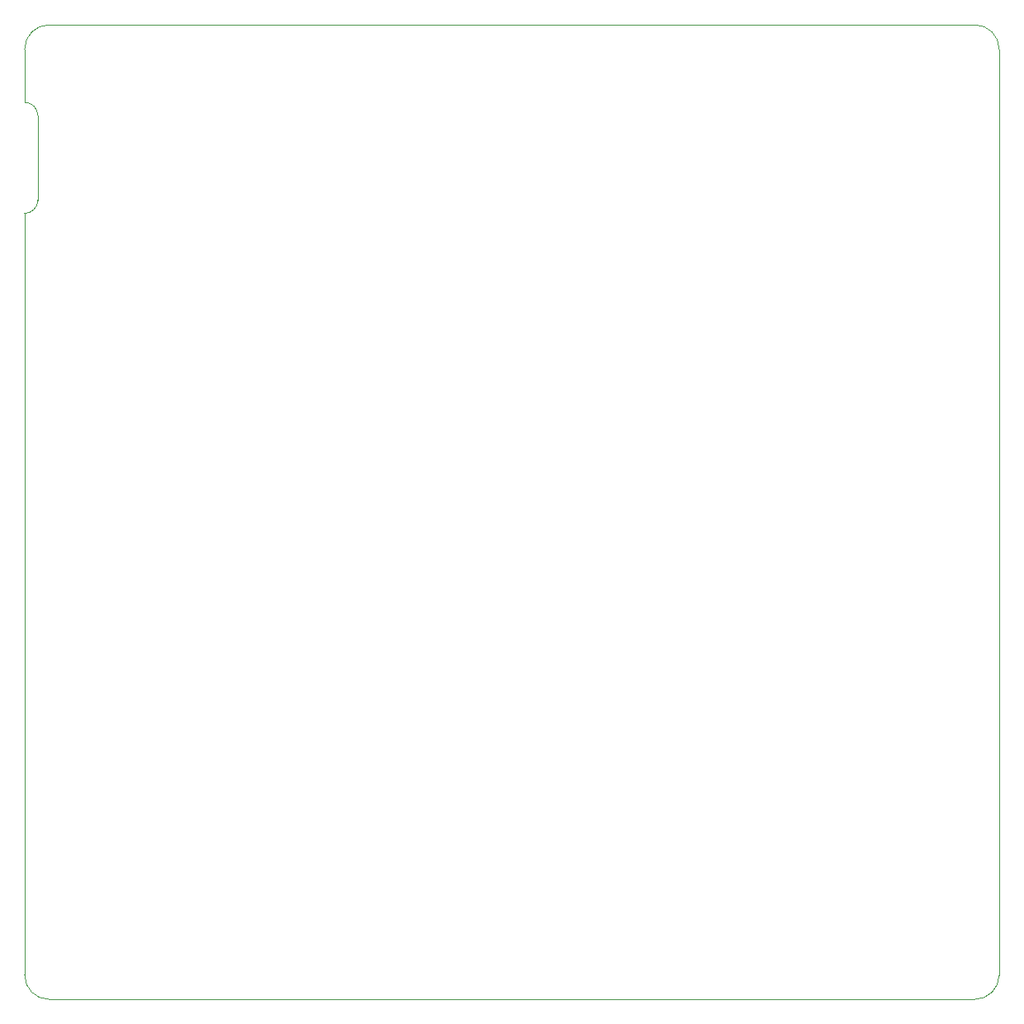
<source format=gbr>
G04 #@! TF.GenerationSoftware,KiCad,Pcbnew,(5.1.8)-1*
G04 #@! TF.CreationDate,2021-10-17T22:58:45-06:00*
G04 #@! TF.ProjectId,SAMduino,53414d64-7569-46e6-9f2e-6b696361645f,rev?*
G04 #@! TF.SameCoordinates,Original*
G04 #@! TF.FileFunction,Profile,NP*
%FSLAX46Y46*%
G04 Gerber Fmt 4.6, Leading zero omitted, Abs format (unit mm)*
G04 Created by KiCad (PCBNEW (5.1.8)-1) date 2021-10-17 22:58:45*
%MOMM*%
%LPD*%
G01*
G04 APERTURE LIST*
G04 #@! TA.AperFunction,Profile*
%ADD10C,0.050000*%
G04 #@! TD*
G04 APERTURE END LIST*
D10*
X33250000Y-53750000D02*
G75*
G02*
X35750000Y-51250000I2500000J0D01*
G01*
X130750000Y-51250000D02*
G75*
G02*
X133250000Y-53750000I0J-2500000D01*
G01*
X133250000Y-148750000D02*
G75*
G02*
X130750000Y-151250000I-2500000J0D01*
G01*
X35750000Y-151250000D02*
G75*
G02*
X33250000Y-148750000I0J2500000D01*
G01*
X34600000Y-69250000D02*
G75*
G02*
X33250000Y-70600000I-1350000J0D01*
G01*
X33250000Y-59200000D02*
G75*
G02*
X34600000Y-60550000I0J-1350000D01*
G01*
X33250000Y-53750000D02*
X33250000Y-59200000D01*
X34600000Y-60550000D02*
X34600000Y-69250000D01*
X33250000Y-70600000D02*
X33250000Y-148750000D01*
X130750000Y-51250000D02*
X35750000Y-51250000D01*
X133250000Y-148750000D02*
X133250000Y-53750000D01*
X35750000Y-151250000D02*
X130750000Y-151250000D01*
M02*

</source>
